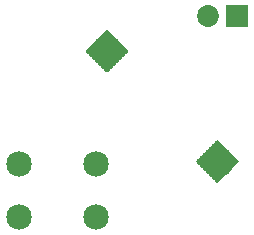
<source format=gbs>
G04 MADE WITH FRITZING*
G04 WWW.FRITZING.ORG*
G04 DOUBLE SIDED*
G04 HOLES PLATED*
G04 CONTOUR ON CENTER OF CONTOUR VECTOR*
%ASAXBY*%
%FSLAX23Y23*%
%MOIN*%
%OFA0B0*%
%SFA1.0B1.0*%
%ADD10C,0.072992*%
%ADD11C,0.085000*%
%ADD12C,0.103000*%
%ADD13R,0.072992X0.072992*%
%ADD14R,0.001000X0.001000*%
%LNMASK0*%
G90*
G70*
G54D10*
X877Y724D03*
X779Y724D03*
G54D11*
X149Y232D03*
X405Y232D03*
X149Y55D03*
X405Y55D03*
G54D12*
X444Y606D03*
X812Y238D03*
G54D13*
X877Y724D03*
G54D14*
X443Y678D02*
X444Y678D01*
X442Y677D02*
X445Y677D01*
X441Y676D02*
X446Y676D01*
X440Y675D02*
X447Y675D01*
X439Y674D02*
X448Y674D01*
X438Y673D02*
X449Y673D01*
X437Y672D02*
X450Y672D01*
X436Y671D02*
X451Y671D01*
X435Y670D02*
X452Y670D01*
X434Y669D02*
X453Y669D01*
X433Y668D02*
X454Y668D01*
X432Y667D02*
X455Y667D01*
X431Y666D02*
X456Y666D01*
X430Y665D02*
X457Y665D01*
X429Y664D02*
X458Y664D01*
X428Y663D02*
X459Y663D01*
X427Y662D02*
X460Y662D01*
X426Y661D02*
X461Y661D01*
X425Y660D02*
X462Y660D01*
X424Y659D02*
X463Y659D01*
X423Y658D02*
X464Y658D01*
X422Y657D02*
X465Y657D01*
X421Y656D02*
X466Y656D01*
X420Y655D02*
X467Y655D01*
X419Y654D02*
X468Y654D01*
X418Y653D02*
X469Y653D01*
X417Y652D02*
X470Y652D01*
X416Y651D02*
X471Y651D01*
X415Y650D02*
X472Y650D01*
X414Y649D02*
X473Y649D01*
X413Y648D02*
X474Y648D01*
X412Y647D02*
X475Y647D01*
X411Y646D02*
X476Y646D01*
X410Y645D02*
X477Y645D01*
X409Y644D02*
X478Y644D01*
X408Y643D02*
X479Y643D01*
X407Y642D02*
X480Y642D01*
X406Y641D02*
X481Y641D01*
X405Y640D02*
X482Y640D01*
X404Y639D02*
X483Y639D01*
X403Y638D02*
X441Y638D01*
X446Y638D02*
X484Y638D01*
X402Y637D02*
X435Y637D01*
X452Y637D02*
X485Y637D01*
X401Y636D02*
X432Y636D01*
X455Y636D02*
X486Y636D01*
X400Y635D02*
X430Y635D01*
X457Y635D02*
X487Y635D01*
X399Y634D02*
X428Y634D01*
X459Y634D02*
X488Y634D01*
X398Y633D02*
X426Y633D01*
X461Y633D02*
X489Y633D01*
X397Y632D02*
X425Y632D01*
X462Y632D02*
X490Y632D01*
X396Y631D02*
X423Y631D01*
X463Y631D02*
X491Y631D01*
X395Y630D02*
X422Y630D01*
X464Y630D02*
X492Y630D01*
X394Y629D02*
X421Y629D01*
X466Y629D02*
X493Y629D01*
X393Y628D02*
X420Y628D01*
X467Y628D02*
X494Y628D01*
X392Y627D02*
X419Y627D01*
X467Y627D02*
X495Y627D01*
X391Y626D02*
X418Y626D01*
X468Y626D02*
X496Y626D01*
X390Y625D02*
X418Y625D01*
X469Y625D02*
X497Y625D01*
X389Y624D02*
X417Y624D01*
X470Y624D02*
X498Y624D01*
X388Y623D02*
X416Y623D01*
X471Y623D02*
X499Y623D01*
X387Y622D02*
X416Y622D01*
X471Y622D02*
X500Y622D01*
X386Y621D02*
X415Y621D01*
X472Y621D02*
X501Y621D01*
X385Y620D02*
X414Y620D01*
X472Y620D02*
X502Y620D01*
X384Y619D02*
X414Y619D01*
X473Y619D02*
X503Y619D01*
X383Y618D02*
X413Y618D01*
X473Y618D02*
X504Y618D01*
X382Y617D02*
X413Y617D01*
X474Y617D02*
X505Y617D01*
X381Y616D02*
X413Y616D01*
X474Y616D02*
X506Y616D01*
X380Y615D02*
X412Y615D01*
X474Y615D02*
X507Y615D01*
X379Y614D02*
X412Y614D01*
X475Y614D02*
X508Y614D01*
X378Y613D02*
X412Y613D01*
X475Y613D02*
X509Y613D01*
X377Y612D02*
X412Y612D01*
X475Y612D02*
X510Y612D01*
X376Y611D02*
X411Y611D01*
X475Y611D02*
X511Y611D01*
X375Y610D02*
X411Y610D01*
X475Y610D02*
X512Y610D01*
X374Y609D02*
X411Y609D01*
X476Y609D02*
X513Y609D01*
X373Y608D02*
X411Y608D01*
X476Y608D02*
X514Y608D01*
X372Y607D02*
X411Y607D01*
X476Y607D02*
X515Y607D01*
X371Y606D02*
X411Y606D01*
X476Y606D02*
X515Y606D01*
X372Y605D02*
X411Y605D01*
X476Y605D02*
X514Y605D01*
X373Y604D02*
X411Y604D01*
X476Y604D02*
X513Y604D01*
X374Y603D02*
X411Y603D01*
X476Y603D02*
X512Y603D01*
X375Y602D02*
X411Y602D01*
X475Y602D02*
X511Y602D01*
X376Y601D02*
X411Y601D01*
X475Y601D02*
X510Y601D01*
X377Y600D02*
X412Y600D01*
X475Y600D02*
X509Y600D01*
X378Y599D02*
X412Y599D01*
X475Y599D02*
X508Y599D01*
X379Y598D02*
X412Y598D01*
X475Y598D02*
X507Y598D01*
X380Y597D02*
X412Y597D01*
X474Y597D02*
X506Y597D01*
X381Y596D02*
X413Y596D01*
X474Y596D02*
X505Y596D01*
X382Y595D02*
X413Y595D01*
X473Y595D02*
X504Y595D01*
X383Y594D02*
X414Y594D01*
X473Y594D02*
X503Y594D01*
X384Y593D02*
X414Y593D01*
X473Y593D02*
X502Y593D01*
X385Y592D02*
X415Y592D01*
X472Y592D02*
X501Y592D01*
X386Y591D02*
X415Y591D01*
X472Y591D02*
X500Y591D01*
X387Y590D02*
X416Y590D01*
X471Y590D02*
X499Y590D01*
X388Y589D02*
X416Y589D01*
X470Y589D02*
X498Y589D01*
X389Y588D02*
X417Y588D01*
X470Y588D02*
X497Y588D01*
X390Y587D02*
X418Y587D01*
X469Y587D02*
X496Y587D01*
X391Y586D02*
X419Y586D01*
X468Y586D02*
X495Y586D01*
X392Y585D02*
X420Y585D01*
X467Y585D02*
X494Y585D01*
X393Y584D02*
X421Y584D01*
X466Y584D02*
X493Y584D01*
X394Y583D02*
X422Y583D01*
X465Y583D02*
X492Y583D01*
X395Y582D02*
X423Y582D01*
X464Y582D02*
X491Y582D01*
X396Y581D02*
X424Y581D01*
X463Y581D02*
X490Y581D01*
X397Y580D02*
X425Y580D01*
X461Y580D02*
X489Y580D01*
X398Y579D02*
X427Y579D01*
X460Y579D02*
X488Y579D01*
X399Y578D02*
X429Y578D01*
X458Y578D02*
X487Y578D01*
X400Y577D02*
X431Y577D01*
X456Y577D02*
X486Y577D01*
X401Y576D02*
X433Y576D01*
X453Y576D02*
X485Y576D01*
X402Y575D02*
X437Y575D01*
X450Y575D02*
X484Y575D01*
X403Y574D02*
X483Y574D01*
X404Y573D02*
X482Y573D01*
X405Y572D02*
X481Y572D01*
X406Y571D02*
X480Y571D01*
X407Y570D02*
X479Y570D01*
X408Y569D02*
X478Y569D01*
X409Y568D02*
X477Y568D01*
X410Y567D02*
X476Y567D01*
X411Y566D02*
X475Y566D01*
X412Y565D02*
X474Y565D01*
X413Y564D02*
X473Y564D01*
X414Y563D02*
X472Y563D01*
X415Y562D02*
X471Y562D01*
X416Y561D02*
X470Y561D01*
X417Y560D02*
X469Y560D01*
X418Y559D02*
X468Y559D01*
X419Y558D02*
X467Y558D01*
X420Y557D02*
X466Y557D01*
X421Y556D02*
X465Y556D01*
X422Y555D02*
X464Y555D01*
X423Y554D02*
X463Y554D01*
X424Y553D02*
X462Y553D01*
X425Y552D02*
X461Y552D01*
X426Y551D02*
X460Y551D01*
X427Y550D02*
X459Y550D01*
X428Y549D02*
X458Y549D01*
X429Y548D02*
X457Y548D01*
X430Y547D02*
X456Y547D01*
X431Y546D02*
X455Y546D01*
X432Y545D02*
X454Y545D01*
X433Y544D02*
X453Y544D01*
X434Y543D02*
X452Y543D01*
X435Y542D02*
X451Y542D01*
X436Y541D02*
X450Y541D01*
X437Y540D02*
X449Y540D01*
X438Y539D02*
X448Y539D01*
X439Y538D02*
X447Y538D01*
X440Y537D02*
X446Y537D01*
X441Y536D02*
X445Y536D01*
X442Y535D02*
X444Y535D01*
X443Y534D02*
X443Y534D01*
X811Y311D02*
X811Y311D01*
X810Y310D02*
X812Y310D01*
X809Y309D02*
X813Y309D01*
X808Y308D02*
X814Y308D01*
X807Y307D02*
X815Y307D01*
X806Y306D02*
X816Y306D01*
X805Y305D02*
X817Y305D01*
X804Y304D02*
X818Y304D01*
X803Y303D02*
X819Y303D01*
X802Y302D02*
X820Y302D01*
X801Y301D02*
X821Y301D01*
X800Y300D02*
X822Y300D01*
X799Y299D02*
X823Y299D01*
X798Y298D02*
X824Y298D01*
X797Y297D02*
X825Y297D01*
X796Y296D02*
X826Y296D01*
X795Y295D02*
X827Y295D01*
X794Y294D02*
X828Y294D01*
X793Y293D02*
X829Y293D01*
X792Y292D02*
X830Y292D01*
X791Y291D02*
X831Y291D01*
X790Y290D02*
X832Y290D01*
X789Y289D02*
X833Y289D01*
X788Y288D02*
X834Y288D01*
X787Y287D02*
X835Y287D01*
X786Y286D02*
X836Y286D01*
X785Y285D02*
X837Y285D01*
X784Y284D02*
X838Y284D01*
X783Y283D02*
X839Y283D01*
X782Y282D02*
X840Y282D01*
X781Y281D02*
X841Y281D01*
X780Y280D02*
X842Y280D01*
X779Y279D02*
X843Y279D01*
X778Y278D02*
X844Y278D01*
X777Y277D02*
X845Y277D01*
X776Y276D02*
X846Y276D01*
X775Y275D02*
X847Y275D01*
X774Y274D02*
X848Y274D01*
X773Y273D02*
X849Y273D01*
X772Y272D02*
X850Y272D01*
X771Y271D02*
X851Y271D01*
X770Y270D02*
X805Y270D01*
X817Y270D02*
X852Y270D01*
X769Y269D02*
X801Y269D01*
X821Y269D02*
X853Y269D01*
X768Y268D02*
X798Y268D01*
X823Y268D02*
X854Y268D01*
X767Y267D02*
X796Y267D01*
X825Y267D02*
X855Y267D01*
X766Y266D02*
X795Y266D01*
X827Y266D02*
X856Y266D01*
X765Y265D02*
X793Y265D01*
X829Y265D02*
X857Y265D01*
X764Y264D02*
X792Y264D01*
X830Y264D02*
X858Y264D01*
X763Y263D02*
X790Y263D01*
X831Y263D02*
X859Y263D01*
X762Y262D02*
X789Y262D01*
X832Y262D02*
X860Y262D01*
X761Y261D02*
X788Y261D01*
X834Y261D02*
X861Y261D01*
X760Y260D02*
X787Y260D01*
X835Y260D02*
X862Y260D01*
X759Y259D02*
X786Y259D01*
X835Y259D02*
X863Y259D01*
X758Y258D02*
X786Y258D01*
X836Y258D02*
X864Y258D01*
X757Y257D02*
X785Y257D01*
X837Y257D02*
X865Y257D01*
X756Y256D02*
X784Y256D01*
X838Y256D02*
X866Y256D01*
X755Y255D02*
X783Y255D01*
X838Y255D02*
X867Y255D01*
X754Y254D02*
X783Y254D01*
X839Y254D02*
X868Y254D01*
X753Y253D02*
X782Y253D01*
X840Y253D02*
X869Y253D01*
X752Y252D02*
X782Y252D01*
X840Y252D02*
X870Y252D01*
X751Y251D02*
X781Y251D01*
X841Y251D02*
X871Y251D01*
X750Y250D02*
X781Y250D01*
X841Y250D02*
X872Y250D01*
X749Y249D02*
X780Y249D01*
X841Y249D02*
X873Y249D01*
X748Y248D02*
X780Y248D01*
X842Y248D02*
X874Y248D01*
X747Y247D02*
X780Y247D01*
X842Y247D02*
X875Y247D01*
X746Y246D02*
X779Y246D01*
X842Y246D02*
X876Y246D01*
X745Y245D02*
X779Y245D01*
X843Y245D02*
X877Y245D01*
X744Y244D02*
X779Y244D01*
X843Y244D02*
X878Y244D01*
X743Y243D02*
X779Y243D01*
X843Y243D02*
X879Y243D01*
X742Y242D02*
X779Y242D01*
X843Y242D02*
X880Y242D01*
X741Y241D02*
X779Y241D01*
X843Y241D02*
X881Y241D01*
X740Y240D02*
X779Y240D01*
X843Y240D02*
X882Y240D01*
X739Y239D02*
X779Y239D01*
X843Y239D02*
X883Y239D01*
X739Y238D02*
X779Y238D01*
X843Y238D02*
X883Y238D01*
X740Y237D02*
X779Y237D01*
X843Y237D02*
X882Y237D01*
X741Y236D02*
X779Y236D01*
X843Y236D02*
X881Y236D01*
X742Y235D02*
X779Y235D01*
X843Y235D02*
X880Y235D01*
X743Y234D02*
X779Y234D01*
X843Y234D02*
X879Y234D01*
X744Y233D02*
X779Y233D01*
X843Y233D02*
X878Y233D01*
X745Y232D02*
X779Y232D01*
X842Y232D02*
X877Y232D01*
X746Y231D02*
X780Y231D01*
X842Y231D02*
X876Y231D01*
X747Y230D02*
X780Y230D01*
X842Y230D02*
X875Y230D01*
X748Y229D02*
X780Y229D01*
X842Y229D02*
X874Y229D01*
X749Y228D02*
X781Y228D01*
X841Y228D02*
X873Y228D01*
X750Y227D02*
X781Y227D01*
X841Y227D02*
X872Y227D01*
X751Y226D02*
X781Y226D01*
X840Y226D02*
X871Y226D01*
X752Y225D02*
X782Y225D01*
X840Y225D02*
X870Y225D01*
X753Y224D02*
X782Y224D01*
X839Y224D02*
X869Y224D01*
X754Y223D02*
X783Y223D01*
X839Y223D02*
X868Y223D01*
X755Y222D02*
X784Y222D01*
X838Y222D02*
X867Y222D01*
X756Y221D02*
X784Y221D01*
X837Y221D02*
X866Y221D01*
X757Y220D02*
X785Y220D01*
X837Y220D02*
X865Y220D01*
X758Y219D02*
X786Y219D01*
X836Y219D02*
X864Y219D01*
X759Y218D02*
X787Y218D01*
X835Y218D02*
X863Y218D01*
X760Y217D02*
X788Y217D01*
X834Y217D02*
X862Y217D01*
X761Y216D02*
X789Y216D01*
X833Y216D02*
X861Y216D01*
X762Y215D02*
X790Y215D01*
X832Y215D02*
X860Y215D01*
X763Y214D02*
X791Y214D01*
X831Y214D02*
X859Y214D01*
X764Y213D02*
X792Y213D01*
X830Y213D02*
X858Y213D01*
X765Y212D02*
X794Y212D01*
X828Y212D02*
X857Y212D01*
X766Y211D02*
X795Y211D01*
X827Y211D02*
X856Y211D01*
X767Y210D02*
X797Y210D01*
X825Y210D02*
X855Y210D01*
X768Y209D02*
X799Y209D01*
X822Y209D02*
X854Y209D01*
X769Y208D02*
X802Y208D01*
X820Y208D02*
X853Y208D01*
X770Y207D02*
X807Y207D01*
X814Y207D02*
X852Y207D01*
X771Y206D02*
X851Y206D01*
X772Y205D02*
X850Y205D01*
X773Y204D02*
X849Y204D01*
X774Y203D02*
X848Y203D01*
X775Y202D02*
X847Y202D01*
X776Y201D02*
X846Y201D01*
X777Y200D02*
X845Y200D01*
X778Y199D02*
X844Y199D01*
X779Y198D02*
X843Y198D01*
X780Y197D02*
X842Y197D01*
X781Y196D02*
X841Y196D01*
X782Y195D02*
X840Y195D01*
X783Y194D02*
X839Y194D01*
X784Y193D02*
X838Y193D01*
X785Y192D02*
X837Y192D01*
X786Y191D02*
X836Y191D01*
X787Y190D02*
X835Y190D01*
X788Y189D02*
X834Y189D01*
X789Y188D02*
X833Y188D01*
X790Y187D02*
X832Y187D01*
X791Y186D02*
X831Y186D01*
X792Y185D02*
X830Y185D01*
X793Y184D02*
X829Y184D01*
X794Y183D02*
X828Y183D01*
X795Y182D02*
X827Y182D01*
X796Y181D02*
X826Y181D01*
X797Y180D02*
X825Y180D01*
X798Y179D02*
X824Y179D01*
X799Y178D02*
X823Y178D01*
X800Y177D02*
X822Y177D01*
X801Y176D02*
X821Y176D01*
X802Y175D02*
X820Y175D01*
X803Y174D02*
X819Y174D01*
X804Y173D02*
X818Y173D01*
X805Y172D02*
X817Y172D01*
X806Y171D02*
X816Y171D01*
X807Y170D02*
X815Y170D01*
X808Y169D02*
X814Y169D01*
X809Y168D02*
X813Y168D01*
X810Y167D02*
X812Y167D01*
D02*
G04 End of Mask0*
M02*
</source>
